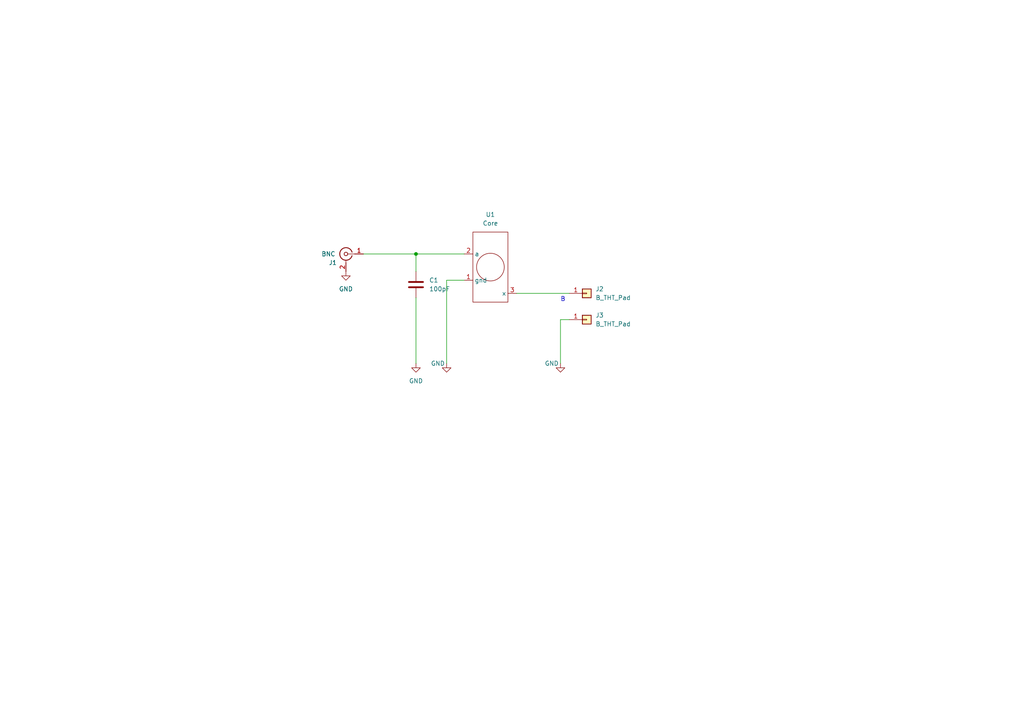
<source format=kicad_sch>
(kicad_sch (version 20211123) (generator eeschema)
  (paper "A4")
  (lib_symbols
    (symbol "Connector:Conn_Coaxial" (pin_names (offset 1.016) hide)
      (property "Reference" "J" (at 0.254 3.048 0))
      (property "Value" "Conn_Coaxial" (at 2.921 0 90))
      (symbol "Conn_Coaxial_0_1"
        (arc (start -1.778 -0.508) (mid 0.222 -1.808) (end 1.778 0) (stroke (width 0.254)))
        (polyline (pts (xy -2.54 0) (xy -0.508 0)))
        (polyline (pts (xy 0 -2.54) (xy 0 -1.778)))
        (circle (center 0 0) (radius 0.508) (stroke (width 0.2032)))
        (arc (start 1.778 0) (mid 0.222 1.8083) (end -1.778 0.508) (stroke (width 0.254)))
      )
      (symbol "Conn_Coaxial_1_1"
        (pin passive line (at -5.08 0 0) (length 2.54) (name "In") (number "1"))
        (pin passive line (at 0 -5.08 90) (length 2.54) (name "Ext") (number "2"))
      )
    )
    (symbol "Connector_Generic:Conn_01x01" (pin_names (offset 1.016) hide)
      (property "Reference" "J" (at 0 2.54 0))
      (property "Value" "Conn_01x01" (at 0 -2.54 0))
      (symbol "Conn_01x01_1_1"
        (rectangle (start -1.27 0.127) (end 0 -0.127) (stroke (width 0.1524)))
        (rectangle (start -1.27 1.27) (end 1.27 -1.27) (stroke (width 0.254)) (fill (type background)))
        (pin passive line (at -5.08 0 0) (length 3.81) (name "Pin_1") (number "1"))
      )
    )
    (symbol "Device:C" (pin_numbers hide) (pin_names (offset 0.254))
      (property "Reference" "C" (at 0.635 2.54 0))
      (property "Value" "C" (at 0.635 -2.54 0))
      (symbol "C_0_1"
        (polyline (pts (xy -2.032 -0.762) (xy 2.032 -0.762)) (stroke (width 0.508)))
        (polyline (pts (xy -2.032 0.762) (xy 2.032 0.762)) (stroke (width 0.508)))
      )
      (symbol "C_1_1"
        (pin passive line (at 0 3.81 270) (length 2.794) (name "~") (number "1"))
        (pin passive line (at 0 -3.81 90) (length 2.794) (name "~") (number "2"))
      )
    )
    (symbol "UniBalun:Core"
      (property "Reference" "U" (at 0 0 0))
      (property "Value" "Core" (at -7.62 3.81 0))
      (symbol "Core_0_1"
        (rectangle (start -10.16 5.08) (end 10.16 -5.08))
        (circle (center 0 0) (radius 4.0161))
      )
      (symbol "Core_1_1"
        (pin input line (at 3.81 -7.62 90) (length 2.54) (name "gnd") (number "1"))
        (pin output line (at -3.81 -7.62 90) (length 2.54) (name "a") (number "2"))
        (pin output line (at 7.62 7.62 270) (length 2.54) (name "x") (number "3"))
      )
    )
    (symbol "power:GND" (power) (pin_names (offset 0))
      (property "Value" "GND" (at 0 -3.81 0))
      (symbol "GND_0_1"
        (polyline (pts (xy 0 0) (xy 0 -1.27) (xy 1.27 -1.27) (xy 0 -2.54) (xy -1.27 -1.27) (xy 0 -1.27)))
      )
      (symbol "GND_1_1"
        (pin power_in line (at 0 0 270) (length 0) hide (name "GND") (number "1"))
      )
    )
  )
  (junction (at 120.65 73.66))
  (wire (pts (xy 129.54 105.41) (xy 129.54 81.28)))
  (wire (pts (xy 129.54 81.28) (xy 134.62 81.28)))
  (wire (pts (xy 105.41 73.66) (xy 120.65 73.66)))
  (wire (pts (xy 162.56 105.41) (xy 162.56 92.71)))
  (wire (pts (xy 162.56 92.71) (xy 165.1 92.71)))
  (wire (pts (xy 120.65 86.36) (xy 120.65 105.41)))
  (wire (pts (xy 120.65 73.66) (xy 120.65 78.74)))
  (wire (pts (xy 149.86 85.09) (xy 165.1 85.09)))
  (wire (pts (xy 120.65 73.66) (xy 134.62 73.66)))
  (text "B\n" (at 162.56 87.63 0) (effects (font (size 1.27 1.27)) (justify left bottom)))
  (symbol (lib_id "power:GND") (at 162.56 105.41 0) (unit 1)
    (property "Reference" "#PWR04" (effects hide))
    (property "Value" "GND" (at 160.02 105.41 0))
  )
  (symbol (lib_id "power:GND") (at 100.33 78.74 0) (unit 1)
    (property "Reference" "#PWR01" (effects hide))
    (property "Value" "GND" (at 100.33 83.82 0))
  )
  (symbol (lib_id "UniBalun:Core") (at 142.24 77.47 270) (unit 1)
    (property "Reference" "U1" (at 142.24 62.23 90))
    (property "Value" "Core" (at 142.24 64.77 90))
    (property "Footprint" "UniBalunLibrary:FT82_Balun" (effects hide))
  )
  (symbol (lib_id "power:GND") (at 129.54 105.41 0) (unit 1)
    (property "Reference" "#PWR03" (effects hide))
    (property "Value" "GND" (at 127 105.41 0))
  )
  (symbol (lib_id "power:GND") (at 120.65 105.41 0) (unit 1)
    (property "Reference" "#PWR02" (effects hide))
    (property "Value" "GND" (at 120.65 110.49 0))
  )
  (symbol (lib_id "Connector:Conn_Coaxial") (at 100.33 73.66 0) (mirror y) (unit 1)
    (property "Reference" "J1" (at 96.52 76.2 0))
    (property "Value" "BNC" (at 95.25 73.66 0))
    (property "Footprint" "UniBalunLibrary:Elecbee_BNC" (effects hide))
    (property "Datasheet" " ~" (effects hide))
  )
  (symbol (lib_id "Connector_Generic:Conn_01x01") (at 170.18 92.71 0) (unit 1)
    (property "Reference" "J3" (at 172.72 91.4399 0) (effects (justify left)))
    (property "Value" "B_THT_Pad" (at 172.72 93.9799 0) (effects (justify left)))
    (property "Footprint" "Connector_Wire:SolderWire-1.5sqmm_1x01_D1.7mm_OD3.9mm" (effects hide))
  )
  (symbol (lib_id "Device:C") (at 120.65 82.55 0) (unit 1)
    (property "Reference" "C1" (at 124.46 81.2799 0) (effects (justify left)))
    (property "Value" "100pF" (at 124.46 83.8199 0) (effects (justify left)))
    (property "Footprint" "UniBalunLibrary:THTSMD_cap" (effects hide))
  )
  (symbol (lib_id "Connector_Generic:Conn_01x01") (at 170.18 85.09 0) (unit 1)
    (property "Reference" "J2" (at 172.72 83.8199 0) (effects (justify left)))
    (property "Value" "B_THT_Pad" (at 172.72 86.3599 0) (effects (justify left)))
    (property "Footprint" "Connector_Wire:SolderWire-1.5sqmm_1x01_D1.7mm_OD3.9mm" (effects hide))
  )
)
</source>
